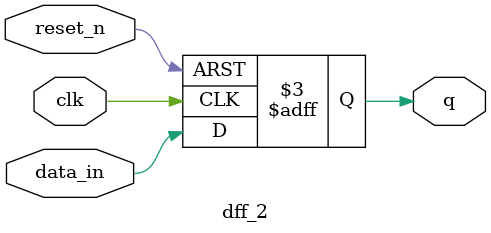
<source format=v>
module projectphase3
	 (CLOCK_50,						//	On Board 50 MHz
	 // Your inputs and outputs here
    KEY,
	 SW,
	 PS2_DAT,
	 PS2_CLK,
	 HEX0,
	 HEX1,
	 // The ports below are for the VGA output.  Do not change.
	 VGA_CLK,   						//	VGA Clock
	 VGA_HS,							//	VGA H_SYNC
	 VGA_VS,							//	VGA V_SYNC
	 VGA_BLANK_N,						//	VGA BLANK
	 VGA_SYNC_N,						//	VGA SYNC
	 VGA_R,   						//	VGA Red[9:0]
	 VGA_G,	 						//	VGA Green[9:0]
	 VGA_B   						//	VGA Blue[9:0]
	 );

	 input CLOCK_50;				//	50 MHz
	 input [3:0] KEY;
	 input [9:0] SW;
	 inout PS2_DAT;
	 inout PS2_CLK;

	 // Declare your inputs and outputs here
	 output [6:0] HEX0, HEX1;
	 // Do not change the following outputs
	 output			VGA_CLK;   				//	VGA Clock
	 output			VGA_HS;					//	VGA H_SYNC
	 output			VGA_VS;					//	VGA V_SYNC
	 output			VGA_BLANK_N;				//	VGA BLANK
	 output			VGA_SYNC_N;				//	VGA SYNC
	 output	[9:0]	VGA_R;   				//	VGA Red[9:0]
	 output	[9:0]	VGA_G;	 				//	VGA Green[9:0]
	 output	[9:0]	VGA_B;   				//	VGA Blue[9:0]
	 
	
	 wire resetn;
	 assign resetn = KEY[0];
	
	 // Create the colour, x, y and writeEn wires that are inputs to the controller.
	 wire [2:0] colour;
	 wire [8:0] x;
	 wire [6:0] y;
	 wire birdEn, treeEn, foodEn, eraseEn, overEn;
	 wire hit, shift, finish_erase, reset_data;
	 wire [7:0] count_food, useless;
	 wire restart, up;

	 // Create an Instance of a VGA controller - there can be only one!
	 // Define the number of colours as well as the initial background
	 // image file (.MIF) for the controller.
	 vga_adapter VGA(
		  .resetn(resetn),
	     .clock(CLOCK_50),
		  .colour(colour),
		  .x(x),
		  .y(y),
		  .plot(1'b1),
		  /* Signals for the DAC to drive the monitor. */
		  .VGA_R(VGA_R),
		  .VGA_G(VGA_G),
		  .VGA_B(VGA_B),
		  .VGA_HS(VGA_HS),
		  .VGA_VS(VGA_VS),
		  .VGA_BLANK(VGA_BLANK_N),
		  .VGA_SYNC(VGA_SYNC_N),
		  .VGA_CLK(VGA_CLK));
	 defparam VGA.RESOLUTION = "160x120";
	 defparam VGA.MONOCHROME = "FALSE";
	 defparam VGA.BITS_PER_COLOUR_CHANNEL = 1;
	 defparam VGA.BACKGROUND_IMAGE = "black.mif";
	 
	 // Instance keyboard controller
	  keyboard_tracker #(.PULSE_OR_HOLD(0)) k0(
    .clock(CLOCK_50),
	 .reset(resetn),
	 .PS2_CLK(PS2_CLK),
	 .PS2_DAT(PS2_DAT),
	 
	 .w(up), 
	 .s(useless[0]), 
	 .a(useless[1]), 
	 .d(useless[2]),
	 
	 .up(useless[3]), 
	 .down(useless[4]),
	 .left(useless[5]), 
	 .right(useless[6]), 
	 .space(restart), 
	 .enter(useless[7])
	 );
    
    // Instansiate datapath
	 datapath d0(
	     .clock(CLOCK_50),
		  .resetn(resetn),
		  .reset_data(reset_data),
		  .shift(shift),
		  .fly(up),
		  .birdEn(birdEn),
		  .treeEn(treeEn),
		  .foodEn(foodEn),
		  .eraseEn(eraseEn),
		  .overEn(overEn),
		  .finish_erase(finish_erase),
		  .hit(hit),
		  .x_vga(x),
		  .y_vga(y),
		  .colour_vga(colour),
		  .count_food(count_food)
	     );

    // Instansiate FSM control
	 control c0(
	     .clock(CLOCK_50),
        .resetn(resetn),
		  .hit(hit),
		  .go(~restart),
		  .finish_erase(finish_erase),
		  .birdEn(birdEn),
		  .treeEn(treeEn),
		  .foodEn(foodEn),
		  .eraseEn(eraseEn),
		  .overEn(overEn),
		  .shift(shift),
		  .reset_data(reset_data)
        );
		  
	 // Instansiate HEX decoder to record the score in lower 4 bits
	 hex H0( 
          .hex_digit(count_food[3:0]),  
          .segments(HEX0) 
          ); 
           
	 // Instansiate HEX decoder to record the score in higher 4 bits
    hex H1( 
          .hex_digit(count_food[7:4]),  
          .segments(HEX1) 
          ); 

endmodule


// Module to draw bird
// Connect to major datapath
module draw_bird(
    input clock, resetn, birdEn,
    input [8:0] loc_xb,
	 input [6:0] loc_yb,
	 
    output [8:0] x_out,
    output [6:0] y_out,
    output [2:0] colour_out
	 );
	
    reg [8:0] x;
    reg [6:0] y;
    reg [1:0] count_x;
    reg [1:0] count_y;
	
    wire j, birdEny;

	 // Registers x, y with respective to input logic
    always @(posedge clock) 
	     begin
            if(resetn == 1'b0)
                begin
                    x <= 9'd20;
                    y <= 7'd40;
                end
            else 
                begin
                    x <= loc_xb;
                    y <= loc_yb;
                end
        end

	 // Counter to draw bird's x
    always @(posedge clock)
        begin
            if (resetn == 1'b0 | birdEn == 1'b0)
                count_x <= 2'b00;
            else if (birdEn == 1'b1) begin
               if (count_x == 2'b11)
                   count_x <= 2'b00;
               else
                   count_x <= count_x + 1;
            end
        end

    assign j = (count_x == 2'b11) ? 1 : 0;
    assign birdEny = birdEn & j;

	 // Counter to draw bird's y
    always @(posedge clock)
        begin
            if (resetn == 1'b0 | birdEn == 1'b0)
                count_y <= 2'b00;
            else if (birdEny == 1'b1) begin
                if (count_y == 2'b11)
                    count_y <= 2'b00;
                else
                    count_y <= count_y + 1;
            end
        end

	 // Assign a direct value to colour_here because bird won't change its colour
    assign colour_out = 3'b100;
    assign x_out = x - count_x;
    assign y_out = y + count_y;
endmodule


// Module to draw food
// Connect to major datapath
module draw_food(
    input clock, resetn, foodEn,
    input [8:0] loc_xf1, loc_xf2, loc_xf3,
	 input [6:0] loc_yf1, loc_yf2, loc_yf3,
	 input f1, f2, f3,
	
    output [8:0] x_out,
	 output [6:0] y_out,
    output [2:0] colour_out
	 );
  
    reg [8:0] x;
    reg [6:0] y;
	 reg [1:0] round;
    reg [2:0] colour;
    reg [1:0] count_x;
	 reg [1:0] count_y;
	 wire j, writeEny;

	 // Registers x, y with respective to input logic and round
    always @(posedge clock)
        begin
            if (resetn == 1'b0)
                begin
                    x <= 9'b000000000;
				        y <= 7'b0000000;
				        colour <= 3'b110;
		          end
            else begin
			       if (round == 2'b00) begin
						  if (f1 == 1'b0)
						      colour <= 3'b110;
					     else
						      colour <= 3'b011;
				        x <= loc_xf1;
				        y <= loc_yf1;
			       end
			       else if (round == 2'b01) begin
					     if (f2 == 1'b0)
						      colour <= 3'b110;
					     else
						      colour <= 3'b011;
				        x <= loc_xf2;
				        y <= loc_yf2;
			       end
			       else if (round == 2'b10) begin
					     if (f3 == 1'b0)
						      colour <= 3'b110;
					     else
						      colour <= 3'b011;
				        x <= loc_xf3;
				        y <= loc_yf3;
			       end
            end    
        end

	 // Counter to draw foods' x
    always @(posedge clock)
        begin
            if (resetn == 1'b0 | foodEn == 1'b0)
                count_x <= 2'b00;
            else if (foodEn == 1'b1)
                begin
                    if (count_x == 2'b11)
			               count_x <= 2'b00;
			           else
                        count_x <= count_x + 1;
                end
        end

    assign j = (count_x == 2'b11) ? 1 : 0;
    assign writeEny = foodEn & j;

	 // Counter to draw foods' y
    always @(posedge clock)
        begin
            if (resetn == 1'b0 | foodEn == 1'b0) begin
                count_y <= 2'b00;
					 round <= 2'b00;
				end
            else if (writeEny == 1'b1) begin
                if (count_y == 2'b11 & !(round == 2'b10)) 
					     begin
				            round <= round + 1'b1;
								count_y <= 2'b00;
						  end
					 else if (count_y == 2'b11 & round == 2'b10)
					     begin
						      round <= 2'b00;
                        count_y <= 2'b00;
			           end
                else
                    count_y <= count_y + 1;
        end
    end

    assign colour_out = colour;
    assign x_out = x - count_x;
    assign y_out = y + count_y;

endmodule


// Module to draw tree
// Connect to major datapath
module draw_tree(
    input clock, resetn, treeEn,
    input [8:0] loc_xt1, loc_xt2, loc_xt3,
	 input [6:0] loc_yt1, loc_yt2, loc_yt3,
    
	 output [8:0] x_out,
	 output [6:0] y_out,
    output [2:0] colour_out
	 );
  
    reg [8:0] x;
    reg [6:0] y;
	 reg [1:0] round;
    reg [2:0] colour;
    reg [2:0] count_x;
	 reg [6:0] count_y;
	 wire j, writeEny;

	 // Registers x, y with respective to input logic and round
    always @(posedge clock)
        begin
            if (resetn == 1'b0)
                begin
                    x <= 9'b000000000;
				        y <= 7'b0000000;
				        colour <= 3'b010;
		          end
            else begin
		          colour <= 3'b010;
			       if (round == 2'b00)
			           begin
				            x <= loc_xt1;
				            y <= loc_yt1;
			           end
			       else if (round == 2'b01)
			           begin
				            x <= loc_xt2;
				            y <= loc_yt2;
			           end
			       else if (round == 2'b10)
			           begin
				            x <= loc_xt3;
				            y <= loc_yt3;
			           end
             end    
        end
	 
    // Counter to draw trees' x
    always @(posedge clock)
        begin
            if (resetn == 1'b0 | treeEn == 1'b0)
                count_x <= 3'b000;
            else if (treeEn == 1'b1)
                begin
                    if (count_x == 3'b111)
			               count_x <= 3'b000;
			           else
                        count_x <= count_x + 1;
                end
        end

    assign j = (count_x == 3'b111) ? 1 : 0;
    assign writeEny = treeEn & j;

	 // Counter to draw trees' y
    always @(posedge clock)
        begin
            if (resetn == 1'b0 | treeEn == 0) begin
                count_y <= 7'b0000000;
			   	 round <= 2'b00;
				end
            else if (writeEny == 1'b1) begin
                if ((count_y == (7'b1110111 - y)) & !(round == 2'b10))
			           begin
                        count_y <= 7'b0000000;
				            round <= round + 1;
				 	     end
				    else if ((count_y == (7'b1110111 - y)) & round == 2'b10)
				        begin
                        count_y <= 7'b0000000;					      
					         round <= 2'b00;
				        end
                else
                    count_y <= count_y + 1;
            end
        end

    assign colour_out = colour;
    assign x_out = x - count_x;
    assign y_out = y + count_y;
	
endmodule


// Module to erase
// Connect to major datapath
module erase(clock, resetn, eraseEn, x_out, y_out, colour_out, finish_erase);
    input clock, resetn, eraseEn;
	 output finish_erase;
    output [8:0] x_out;
    output [6:0] y_out;
    output [2:0] colour_out;
   
    reg [8:0] count_x;
	 reg [6:0] count_y;
	
    wire j, writeEny;

	 // Counter to erase x (count up)
    always @(posedge clock)
        begin
            if (resetn == 1'b0)
                count_x <= 9'b000000000;
            else if (eraseEn == 1'b1) begin
                if (count_x == 9'b010011111)
		 	           count_x <= 9'b000000000;
		 	       else
                    count_x <= count_x + 1;
            end
        end

    assign j = (count_x == 9'b010011111) ? 1 : 0;
    assign writeEny = eraseEn & j;

	 // Counter to erase y (count up)
    always @(posedge clock)
        begin
            if (resetn == 1'b0 | eraseEn == 1'b0)
                count_y <= 7'b0000000;
            else if (writeEny == 1'b1)
                begin
                    if (count_y == 7'b1110111)
                        count_y <= 7'b0000000;
                    else
                        count_y <= count_y + 1;
                end
        end

    assign colour_out = 3'b011;
    assign x_out = count_x;
    assign y_out = count_y;
	 assign finish_erase = ((count_x == 9'b010011111) & (count_y == 7'b1110111)) ? 1 : 0;
	
endmodule


// Module to draw game over screen
// Connect to major datapath
module draw_over(
    input clock, resetn, overEn,
    
    
	 output [8:0] x_out,
	 output [6:0] y_out,
    output [2:0] colour_out
	 );
  
    reg [8:0] x;
	 reg [8:0] x_wide;
    reg [6:0] y;
	 reg [6:0] y_wide;
	 reg [1:0] round;
    reg [2:0] colour;
    reg [8:0] count_x;
	 reg [6:0] count_y;
	 wire j, writeEny;

	 // Registers x, y with respective to input logic and round
    always @(posedge clock)
        begin
            if (resetn == 1'b0)
                begin
                    x <= 0;
				        y <= 0;
						  x_wide <= 0;
				        y_wide <= 0;
				        colour <= 3'b000;
		          end
            else begin
		          if (round == 2'b00)
			           begin
								colour <= 3'b000;
				            x <= 0;
				            y <= 0;
								x_wide <= 160;
								y_wide <=120;
			           end
					 else if (round == 2'b01)
			           begin
								colour <= 3'b000;
				            x <= 0;
				            y <= 0;
								x_wide <= 160;
								y_wide <=120;
			           end
			       else if (round == 2'b10)
			           begin
							colour <= 3'b111;
				            x <= 20;
				            y <= 40;
								x_wide <= 120;
								y_wide <= 40;
			           end
					 else if (round == 2'b11)
			           begin
								colour <= 3'b111;		
				            x <= 60;
				            y <= 10;
								x_wide <= 40;
								y_wide <= 100;
			           end
			      
             end    
        end
	 
    // Counter to draw over sign's x
    always @(posedge clock)
        begin
            if (resetn == 1'b0 | overEn == 1'b0)
                count_x <= 0;
            else if (overEn == 1'b1)
                begin
                    if (count_x == x_wide)
			               count_x <= 0;
			           else
                        count_x <= count_x + 1;
                end
        end

    assign j = (count_x == x_wide) ? 1 : 0;
    assign writeEny = overEn & j;

	 // Counter to draw over sign's y
    always @(posedge clock)
        begin
            if (resetn == 1'b0 | overEn == 1'b0) begin
                count_y <= 7'b0000000;
			   	 round <= 2'b00;
				end
            else if (writeEny == 1'b1) begin
                if ((count_y == y_wide) & !(round == 2'b11))
			           begin
                        count_y <= 7'b0000000;
				            round <= round + 1;
				 	     end
				    else if ((count_y == y_wide) & round == 2'b11)
				        begin
                        count_y <= 7'b0000000;					      
					         round <= 2'b10;
				        end
                else
                    count_y <= count_y + 1;
            end
        end

    assign colour_out = colour;
    assign x_out = x + count_x;
    assign y_out = y + count_y;
	
endmodule


// Major datapath
// Save and update(shift) locations of all objects on screen
// Draw, erase and shift objects on screen
// Receive signals from control module
// Provide x, y and colour information to vga adaptor
module datapath(
    input clock, resetn, shift, fly, reset_data,
	 input birdEn, treeEn, foodEn, eraseEn, overEn,
	
	 output finish_erase,
	 output reg hit,
    output reg [2:0] colour_vga,
    output reg [8:0] x_vga,
	 output reg [6:0] y_vga,
	 output [7:0] count_food
	 );
	
	 // wires
	 wire [8:0] bird_x, tree_x, food_x, erase_x, over_x;
	 wire [6:0] bird_y, tree_y, food_y, erase_y, over_y;
	 wire [2:0] bird_colour, tree_colour, food_colour, erase_colour, over_colour;
	 wire [8:0] xb, xt1, xt2, xt3, xf1, xf2, xf3;
	 wire [6:0] yb, yt1, yt2, yt3, yf1, yf2, yf3, random_out;
	 wire reset, f1, f2, f3;
	
	 // registers to trace locations of all onjects on scree
	 // we don't have to trace locations of trees because they can be calculated according to locations of foods
	 reg [8:0] loc_xb, loc_xf1, loc_xf2, loc_xf3;
	 reg [6:0] loc_yb, loc_yf1, loc_yf2, loc_yf3;
	 reg [6:0] count_food1, count_food2, count_food3;
	 reg food1, food2, food3;  
	 
	 assign reset = (reset_data  == 1'b1) ? 0 : resetn;
	
	 // Register for location of bird
	 always @(posedge shift, negedge reset) 
	     begin
		      if (!reset) begin
			       loc_xb <= 9'd20;
					 loc_yb <= 7'd40;
	         end
				else if (fly)
					 loc_yb <= loc_yb - 3'd4;
				else
			       loc_yb <= loc_yb + 3'd2;
		  end
		  
	 // Register for location of 3 foods
	 always @(posedge shift, negedge reset) 
	     begin
		      if (!reset) begin
			       loc_xf1 <= 9'd112;
			       loc_xf2 <= 9'd165;
			       loc_xf3 <= 9'd218;
					 loc_yf1 <= 7'd105;
					 loc_yf2 <= 7'd65;
					 loc_yf3 <= 7'd90;
				end
	         else begin
					 if (loc_xf1 == 9'd0) begin
					     loc_xf1 <= loc_xf3 + 9'd53;
						  loc_yf1 <= 4'd10 + random_out;
					 end
					 else if (loc_xf2 == 9'd0) begin
					     loc_xf2 <= loc_xf1 + 9'd53;
						  loc_yf2 <= 4'd10 + random_out;
						  
					 end
					 else if (loc_xf3 == 9'd0) begin
					     loc_xf3 <= loc_xf2 + 9'd53;
						  loc_yf3 <= 4'd10 + random_out;
						  
					 end
					 else begin
			           loc_xf1 <= loc_xf1 - 1'b1;
			           loc_xf2 <= loc_xf2 - 1'b1;
			           loc_xf3 <= loc_xf3 - 1'b1;
                end
				end
		  end

	 // genarate random number for height of food
	 random r1(reset, clock, random_out);
		  
    // assign registers' value to wires
	 assign xb = loc_xb;
	 assign yb = loc_yb;
	 assign xf1 = loc_xf1;
	 assign xf2 = loc_xf2;
	 assign xf3 = loc_xf3;
	 assign yf1 = loc_yf1;
	 assign yf2 = loc_yf2;
	 assign yf3 = loc_yf3;
	 assign xt1 = loc_xf1 + 2'b10;
	 assign xt2 = loc_xf2 + 2'b10;
	 assign xt3 = loc_xf3 + 2'b10;
	 assign yt1 = loc_yf1 + 3'b110;
	 assign yt2 = loc_yf2 + 3'b110;
	 assign yt3 = loc_yf3 + 3'b110;
	 assign f1 = food1;
	 assign f2 = food2;
	 assign f3 = food3;

    // Draw one bird when treeEn is high
    draw_bird db(
        .clock(clock),
        .resetn(reset),
        .birdEn(birdEn),
		  .loc_xb(xb),
		  .loc_yb(yb),
		  .x_out(bird_x),
		  .y_out(bird_y),
		  .colour_out(bird_colour)
        );
	
	 //Draw 3 trees when treeEn is high
    draw_tree dt(
        .clock(clock),
        .resetn(reset),
        .treeEn(treeEn),
		  .loc_xt1(xt1),
		  .loc_xt2(xt2),
		  .loc_xt3(xt3),
		  .loc_yt1(yt1),
		  .loc_yt2(yt2),
		  .loc_yt3(yt3),
		  .x_out(tree_x),
		  .y_out(tree_y),
		  .colour_out(tree_colour)
        );
	
	 //Draw 3 foods when foodEn is high
    draw_food df(
        .clock(clock),
        .resetn(reset),
        .foodEn(foodEn),
		  .loc_xf1(xf1),
		  .loc_xf2(xf2),
		  .loc_xf3(xf3),
		  .loc_yf1(yf1),
		  .loc_yf2(yf2),
		  .loc_yf3(yf3),
		  .f1(f1),
		  .f2(f2),
		  .f3(f3),
		  .x_out(food_x),
		  .y_out(food_y),
		  .colour_out(food_colour)
        );
	  
	 // Erase the whole screen when eraseEn is high
	 erase e0(
	     .clock(clock),
        .resetn(reset),
        .eraseEn(eraseEn),
		  .x_out(erase_x),
		  .y_out(erase_y),
		  .colour_out(erase_colour),
		  .finish_erase(finish_erase)
	     );
	 
    // Draw game over screen if bird hits something	 
	 draw_over o0(
        .clock(clock), 
	     .resetn(reset),
	     .overEn(overEn),
	     .x_out(over_x),
	     .y_out(over_y),
        .colour_out(over_colour)
	 );
		  
	 // Assign outputs of datapath
	 always @(posedge clock)
	 begin
		  if (reset == 0) begin
		      x_vga <= 9'd0;
				y_vga <= 7'd0;
				colour_vga <= 3'd0;
		  end
		  else begin
		      if (birdEn == 1'b1) begin
				    x_vga <= bird_x;
					 y_vga <= bird_y;
					 colour_vga <= bird_colour;
				end
		      else if (treeEn == 1'b1) begin
				    x_vga <= tree_x;
					 y_vga <= tree_y;
					 colour_vga <= tree_colour;
				end
		      else if (foodEn == 1'b1) begin
				    x_vga <= food_x;
					 y_vga <= food_y;
					 colour_vga <= food_colour;
				end
		      else if (eraseEn == 1'b1) begin
				    x_vga <= erase_x;
					 y_vga <= erase_y;
					 colour_vga <= erase_colour;
				end
				else if (overEn == 1'b1) begin
				    x_vga <= over_x;
					 y_vga <= over_y;
					 colour_vga <= over_colour;
			   end
		  end
	 end

    // judge whether the bird hits something
	 always @(*) begin
	    if (reset == 1'b0) begin
		     hit = 1'b0;
		 end
		 else if (yb <= 7'b0000000) begin
		     hit = 1'b1;
		 end
	    else if (yb == 7'b1110100) begin
		     hit = 1'b1;
		 end
		 else if ((xb > (xt1 - 4'd9)) & (xb < (xt1 + 4'd5)) & (yb > (yt1 - 4'd4))) begin
		     hit = 1'b1;
		 end
		 else if ((xb > (xt2 - 4'd9)) & (xb < (xt2 + 4'd5)) & (yb > (yt2 - 4'd4))) begin
		     hit = 1'b1;
		 end
		 else if ((xb > (xt3 - 4'd9)) & (xb < (xt3 + 4'd5)) & (yb > (yt3 - 4'd4))) begin
		     hit = 1'b1;
		 end
		 else if ((xb == (xt1 - 4'd7)) & (yb > (yt1 - 4'd5))) begin
		     hit = 1'b1;
		 end
		 else if ((xb == (xt2 - 4'd7)) & (yb > (yt2 - 4'd5))) begin
		     hit = 1'b1;
		 end
	    else if ((xb == (xt3 - 4'd7)) & (yb > (yt3 - 4'd5))) begin
		     hit = 1'b1;
		 end
		 else begin
		     hit = 1'b0;
		 end
    end
	
    // judge whether the bird eats the food
	 always @(posedge clock) begin
	    if ((reset == 1'b0) | (loc_xf1 == 9'd158) | (loc_xf2 == 9'd158) | (loc_xf3 == 9'd158)) begin
		     food1 <= 1'b0;
			  food2 <= 1'b0;
			  food3 <= 1'b0;
		 end
		 else if ((loc_yb > (loc_yf1 - 4'd4)) & (loc_yb < (loc_yf1 + 4'd4)) & (loc_xb > (loc_xf1 - 4'd4)) & (loc_xb < (loc_xf1 + 4'd4))) begin
		     food1 <= 1'b1;
		 end
		 else if ((loc_yb > (loc_yf2 - 4'd4)) & (loc_yb < (loc_yf2 + 4'd4)) & (loc_xb > (loc_xf2 - 4'd4)) & (loc_xb < (loc_xf2 + 4'd4))) begin
		     food2 <= 1'b1;
		 end
		 else if ((loc_yb > (loc_yf3 - 4'd4)) & (loc_yb < (loc_yf3 + 4'd4)) & (loc_xb > (loc_xf3 - 4'd4)) & (loc_xb < (loc_xf3 + 4'd4))) begin
		     food3 <= 1'b1;
		 end
	 end
	
	always @(posedge f1, negedge reset)
	begin
	    if (reset == 1'b0)
		     count_food1 <= 0;
	    else 
		     count_food1 <= count_food1 + 1;
	end
	
	always @(posedge f2, negedge reset)
	begin
	    if (reset == 1'b0)
			  count_food2 <= 0;
		 else 
			  count_food2 <= count_food2 + 1;
	end
	
	always @(posedge f3, negedge reset)
	begin
	    if (reset == 1'b0)
			  count_food3 <= 0;
		 else 
			  count_food3 <= count_food3 + 1;
	end
	
	assign count_food = count_food1 + count_food2 + count_food3;
	 
endmodule


// Control module
module control(
    input clock, resetn, hit, go, finish_erase,
    output reg birdEn, treeEn, foodEn, eraseEn, overEn, shift, reset_data
    );

    reg [2:0] current_state, next_state;
	 
	 // wires to connect rate driver and frame counter
	 wire [15:0] c0;
	 wire [6:0] c1;
	 wire update1, update2;
    
    localparam  S_WAIT        = 4'd0,
					 S_RESET       = 4'd1,
					 S_ERASE       = 4'd2,
					 S_DRAW_BIRD   = 4'd3,
					 S_DRAW_FOOD   = 4'd4,
					 S_DRAW_TREE   = 4'd5;
                
    // Next state logic aka our state table
    always @(*)
    begin: state_table 
            case (current_state)
                S_WAIT: next_state = (go == 1'b1) ? S_WAIT : S_RESET; // game over page, hold until go signal high
                S_RESET: next_state = (go == 1'b0) ? S_RESET : S_ERASE;
					 S_ERASE: next_state = (finish_erase == 1'b1) ? S_DRAW_FOOD : S_ERASE; // (shift) draw bird after erase finished
                S_DRAW_FOOD: next_state = (update1 == 1'b1) ? S_DRAW_BIRD : S_DRAW_FOOD; // draw food after 1/60s
					 S_DRAW_BIRD: next_state = (update1 == 1'b1) ? S_DRAW_TREE : S_DRAW_BIRD; // draw tree after 1/60s
					 S_DRAW_TREE: begin
					     if (hit == 1'b1)
						      next_state = S_WAIT; // go to the game over page if bird hits something
						  else
						      next_state = (update2 == 1'b1) ? S_ERASE : S_DRAW_TREE; // erase the whole screen roughly every 15 frames
					 end
					 default: next_state = S_ERASE;
        endcase
    end // state_table
   

    // Output logic aka all of our datapath control signals
    always @(*)
    begin: enable_signals
        // By default make all our signals 0
		  birdEn = 1'b0;
		  treeEn = 1'b0;
		  foodEn = 1'b0;
        eraseEn = 1'b0;
		  overEn = 1'b0;
		  shift = 1'b0;
		  reset_data = 1'b0;

        case (current_state)
            S_WAIT: begin
                overEn = 1'b1;
				end
				S_RESET: begin
				    reset_data = 1'b1;
				end
				S_ERASE: begin
                eraseEn = 1'b1;
					 shift = 1'b1;
            end
            S_DRAW_BIRD: begin
                birdEn = 1'b1;
            end
				S_DRAW_TREE: begin
                treeEn = 1'b1;
            end
				S_DRAW_FOOD: begin
                foodEn = 1'b1;
            end
				// default: don't need default since we already made sure all of our outputs were assigned a value at the start of the always block
        endcase
    end // enable_signals
   
    // current_state registers
    always @(posedge clock)
    begin: state_FFs
        if(!resetn)
            current_state <= S_ERASE;
        else
            current_state <= next_state;
    end // state_FFS
	 
	 // count down to get around 60HZ
	 rate_divider r1(
	     .clock(clock),
		  .resetn(resetn),
		  .writeEn(1'b1),
		  .out(c0)
		  );
		 
	 assign update1 = (c0 ==  16'd0) ? 1 : 0;
	
	 // count to move at four pixels per second
	 frame_counter f1(
	     .clock(clock),
	 	  .resetn(resetn),
	 	  .writeEn(update1),
		  .out(c1)
		  );
		  
	 assign update2 = (c1 == 7'd0) ? 1 : 0;
	 
endmodule


// Combine datapath control
// Only for test
module combine(
    input clock,
    input resetn,
	 input go,
	 input fly,
	
    output [8:0] x_vga,
    output [6:0] y_vga,
    output [2:0] colour_vga,
	 output [8:0] count_food
	 );
	 
	 wire birdEn, treeEn, foodEn, eraseEn, overEn;
	 wire hit, shift, finish_erase, reset_data;
	 
	 
	 // Instansiate datapath
	 datapath d0(
	     .clock(clock),
		  .resetn(resetn),
		  .reset_data(reset_data),
		  .shift(shift),
		  .fly(fly),
		  .birdEn(birdEn),
		  .treeEn(treeEn),
		  .foodEn(foodEn),
		  .eraseEn(eraseEn),
		  .overEn(overEn),
		  .finish_erase(finish_erase),
		  .hit(hit),
		  .x_vga(x_vga),
		  .y_vga(y_vga),
		  .colour_vga(colour_vga),
		  .count_food(count_food)
	     );

    // Instansiate FSM control
	 control c0(
	     .clock(clock),
        .resetn(resetn),
		  .hit(hit),
		  .go(go),
		  .finish_erase(finish_erase),
		  .birdEn(birdEn),
		  .treeEn(treeEn),
		  .foodEn(foodEn),
		  .eraseEn(eraseEn),
		  .overEn(overEn),
		  .shift(shift),
		  .reset_data(reset_data)
        );
		  
endmodule


// useful helper modules below
module rate_divider(
	input clock, resetn, writeEn,
	output reg [15:0] out
	);
	
	always @(posedge clock)
	begin
		if (resetn == 1'b0)
			out <= 16'd42000;
		else if (writeEn == 1'b1)
		begin
			if (out == 16'd0)
				out <= 16'd42000;
			else
				out <= out - 1;
		end
	end
	
endmodule


module frame_counter(
	 input clock, resetn, writeEn,
	 output reg [6:0] out
	 );
	 
	 always @(posedge clock)
	 begin
		  if (resetn == 1'b0)
			   out <= 7'd100;
		  else if (writeEn == 1'b1) begin
			   if (out == 7'd0)
				    out <= 7'd100;
			   else
				    out <= out - 1;
		  end
	 end
	 
endmodule


module hex(hex_digit, segments); 
    input [3:0] hex_digit; 
    output reg [6:0] segments; 
      
    always @(*) 
        case (hex_digit) 
            4'h0: segments = 7'b1000000; 
            4'h1: segments = 7'b1111001; 
            4'h2: segments = 7'b0100100; 
            4'h3: segments = 7'b0110000; 
            4'h4: segments = 7'b0011001; 
            4'h5: segments = 7'b0010010; 
            4'h6: segments = 7'b0000010; 
            4'h7: segments = 7'b1111000; 
            4'h8: segments = 7'b0000000; 
            4'h9: segments = 7'b0011000; 
            4'hA: segments = 7'b0001000; 
            4'hB: segments = 7'b0000011; 
            4'hC: segments = 7'b1000110; 
            4'hD: segments = 7'b0100001; 
            4'hE: segments = 7'b0000110; 
            4'hF: segments = 7'b0001110;    
            default: segments = 7'h7f; 
        endcase 
endmodule 


module random(resetn, enable, q);
	input resetn, enable;
	output [6:0] q;
	wire [3:0] ran4;
	wire [5:0] ran6;
	assign q = ran4 + ran6 + 5'd20;
	
	random4 r4(enable, resetn, ran4);
	random6 r6(enable, resetn, ran6);
	
endmodule


module random4(clk, reset_n, q);
	input clk, reset_n;
	output [3:0] q;
	
	dff_1 r1(clk, reset_n, q[2] ^ q[3], q[0]);
	dff_2 r2(clk, reset_n, q[0], q[1]);
	dff_2 r3(clk, reset_n, q[1], q[2]);
	dff_2 r4(clk, reset_n, q[2], q[3]);
	
endmodule


module random6(clk, reset_n, q);
	input clk, reset_n;
	output [5:0] q;
	wire qq1;
	assign qq1 = q[5] ^ q[3];
	
	dff_1 r5(clk, reset_n, qq1 ^ q[2], q[0]);
	dff_2 r6(clk, reset_n, q[0], q[1]);
	dff_2 r7(clk, reset_n, q[1], q[2]);
	dff_2 r8(clk, reset_n, q[2], q[3]);
	dff_2 r9(clk, reset_n, q[3], q[4]);
	dff_2 r10(clk, reset_n, q[4], q[5]);
	
endmodule


module dff_1(clk, reset_n, data_in, q);
	input clk, reset_n, data_in;
	output reg q;
	always @(posedge clk, negedge reset_n)
		begin
			if (reset_n == 0)
				q <= 1'b0;
			else
				q <= data_in;
			end
			
endmodule


module dff_2(clk, reset_n, data_in, q);
	input clk, reset_n, data_in;
	output reg q;
	always @(posedge clk, negedge reset_n)
		begin
			if (reset_n == 0)
				q <= 1'b1;
			else
				q <=data_in;
			end
			
endmodule

</source>
